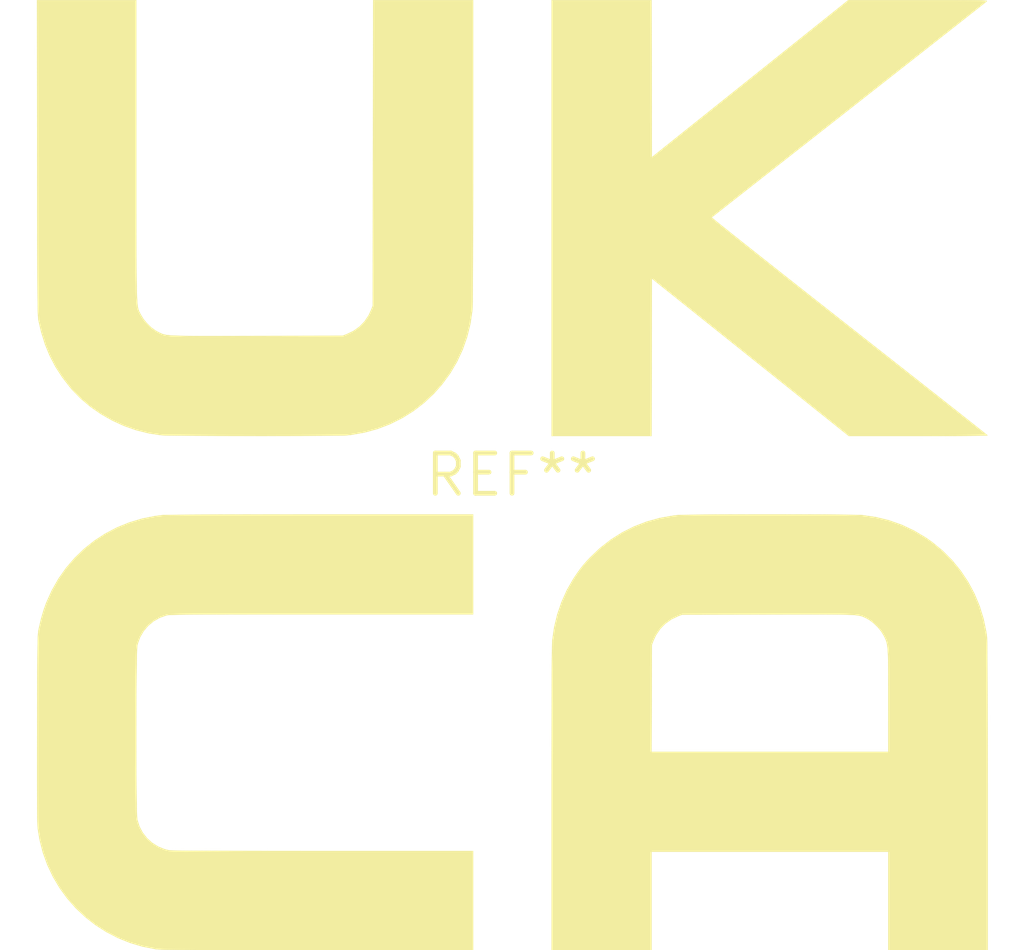
<source format=kicad_pcb>
(kicad_pcb (version 20240108) (generator pcbnew)
  (layers (0 "F.Cu" signal) (31 "B.Cu" signal) (34 "B.Paste" user) (35 "F.Paste" user) (36 "B.SilkS" user "B.Silkscreen") (37 "F.SilkS" user "F.Silkscreen") (38 "B.Mask" user) (39 "F.Mask" user) (44 "Edge.Cuts" user))
  (net 0 "")
  (footprint "UKCA-Logo_30x30mm_SilkScreen" (layer "F.Cu") (at 0 0)
    (property "Reference" "REF**")
    (property "Value" "UKCA-Logo_30x30mm_SilkScreen")
    (fp_poly (pts (xy 4.40787 -12.507379) (xy 4.41325 -10.028758) (xy 10.609782 -14.986) (xy 12.813178 -14.986) (xy 13.166465 -14.985985) (xy 13.479766 -14.985909) (xy 13.755427 -14.98573) (xy 13.995796 -14.985404) (xy 14.20322 -14.984889) (xy 14.380045 -14.984141) (xy 14.528618 -14.983117) (xy 14.651286 -14.981774) (xy 14.750396 -14.980068) (xy 14.828296 -14.977957) (xy 14.887331 -14.975398) (xy 14.92985 -14.972346) (xy 14.958199 -14.96876) (xy 14.974724 -14.964596) (xy 14.981773 -14.95981) (xy 14.981693 -14.954361) (xy 14.97683 -14.948203) (xy 14.974828 -14.946248) (xy 14.95472 -14.929852) (xy 14.902712 -14.888427) (xy 14.820207 -14.823079) (xy 14.708611 -14.734911) (xy 14.569327 -14.625028) (xy 14.403759 -14.494536) (xy 14.213312 -14.344537) (xy 13.999389 -14.176138) (xy 13.763395 -13.990442) (xy 13.506734 -13.788554) (xy 13.230809 -13.571579) (xy 12.937026 -13.34062) (xy 12.626789 -13.096783) (xy 12.301501 -12.841173) (xy 11.962566 -12.574893) (xy 11.611389 -12.299048) (xy 11.249374 -12.014744) (xy 10.877925 -11.723083) (xy 10.625666 -11.52504) (xy 10.249051 -11.229378) (xy 9.881099 -10.9405) (xy 9.523203 -10.659502) (xy 9.176756 -10.387479) (xy 8.843153 -10.125524) (xy 8.523787 -9.874733) (xy 8.220052 -9.6362) (xy 7.933341 -9.411021) (xy 7.665047 -9.200288) (xy 7.416564 -9.005098) (xy 7.189286 -8.826545) (xy 6.984607 -8.665724) (xy 6.803919 -8.523729) (xy 6.648617 -8.401654) (xy 6.520093 -8.300595) (xy 6.419743 -8.221647) (xy 6.348958 -8.165903) (xy 6.309133 -8.134459) (xy 6.300448 -8.127517) (xy 6.315314 -8.113227) (xy 6.362122 -8.073902) (xy 6.439501 -8.010631) (xy 6.546079 -7.924498) (xy 6.680485 -7.816591) (xy 6.841348 -7.687997) (xy 7.027297 -7.539803) (xy 7.236959 -7.373096) (xy 7.468965 -7.188962) (xy 7.721941 -6.988489) (xy 7.994518 -6.772763) (xy 8.285324 -6.542872) (xy 8.592988 -6.299901) (xy 8.916137 -6.044938) (xy 9.253401 -5.77907) (xy 9.603409 -5.503384) (xy 9.964789 -5.218966) (xy 10.33617 -4.926904) (xy 10.639615 -4.688432) (xy 11.018264 -4.390899) (xy 11.388183 -4.100127) (xy 11.747992 -3.817205) (xy 12.09631 -3.543221) (xy 12.431755 -3.279266) (xy 12.752946 -3.026428) (xy 13.058504 -2.785796) (xy 13.347046 -2.55846) (xy 13.617191 -2.345508) (xy 13.86756 -2.14803) (xy 14.09677 -1.967116) (xy 14.303441 -1.803853) (xy 14.486193 -1.659332) (xy 14.643643 -1.534641) (xy 14.774411 -1.43087) (xy 14.877117 -1.349107) (xy 14.950378 -1.290442) (xy 14.992815 -1.255965) (xy 15.003638 -1.246542) (xy 14.983926 -1.243729) (xy 14.924133 -1.241078) (xy 14.826509 -1.238608) (xy 14.693307 -1.236338) (xy 14.526779 -1.234289) (xy 14.329175 -1.232478) (xy 14.102748 -1.230927) (xy 13.849749 -1.229654) (xy 13.572429 -1.228678) (xy 13.273041 -1.228019) (xy 12.953836 -1.227697) (xy 12.818115 -1.227667) (xy 10.625536 -1.227667) (xy 4.41325 -6.197659) (xy 4.402492 -1.227667) (xy 1.248833 -1.227667) (xy 1.248833 -14.986) (xy 4.402491 -14.986) (xy 4.40787 -12.507379)) (layer "F.SilkS") (stroke (width 0.01)) (fill solid))
    (fp_poly (pts (xy 8.381456 1.248559) (xy 8.692323 1.248881) (xy 8.997508 1.249455) (xy 9.29381 1.250281) (xy 9.578027 1.251359) (xy 9.84696 1.252689) (xy 10.097407 1.25427) (xy 10.326168 1.256103) (xy 10.530041 1.258188) (xy 10.705827 1.260525) (xy 10.850323 1.263113) (xy 10.96033 1.265953) (xy 11.032646 1.269044) (xy 11.052048 1.270519) (xy 11.483853 1.333762) (xy 11.900473 1.436511) (xy 12.301688 1.578679) (xy 12.687276 1.760181) (xy 13.057016 1.98093) (xy 13.27024 2.131493) (xy 13.596916 2.402266) (xy 13.893826 2.70194) (xy 14.159451 3.027883) (xy 14.39227 3.377462) (xy 14.590765 3.748046) (xy 14.753413 4.137002) (xy 14.878697 4.541698) (xy 14.965094 4.959502) (xy 14.984913 5.100611) (xy 14.987774 5.144439) (xy 14.990436 5.228292) (xy 14.992898 5.352332) (xy 14.995161 5.516721) (xy 14.997227 5.721624) (xy 14.999096 5.967203) (xy 15.000768 6.253621) (xy 15.002245 6.581041) (xy 15.003527 6.949626) (xy 15.004614 7.359538) (xy 15.005508 7.810941) (xy 15.006209 8.303998) (xy 15.006718 8.838871) (xy 15.007036 9.415723) (xy 15.007163 10.034718) (xy 15.007166 10.143569) (xy 15.007166 15.007166) (xy 11.8745 15.007166) (xy 11.8745 11.895666) (xy 4.402666 11.895666) (xy 4.402666 15.007166) (xy 1.248833 15.007166) (xy 1.248833 10.225742) (xy 1.24893 9.643956) (xy 1.249221 9.094859) (xy 1.24955 8.741833) (xy 4.401452 8.741833) (xy 11.8745 8.741833) (xy 11.874132 7.138458) (xy 11.874034 6.823684) (xy 11.873754 6.54815) (xy 11.87308 6.30876) (xy 11.871802 6.10242) (xy 11.869707 5.926037) (xy 11.866585 5.776514) (xy 11.862224 5.650759) (xy 11.856414 5.545676) (xy 11.848942 5.458172) (xy 11.839598 5.385151) (xy 11.828171 5.32352) (xy 11.814449 5.270185) (xy 11.798221 5.22205) (xy 11.779276 5.176021) (xy 11.757403 5.129005) (xy 11.733651 5.080469) (xy 11.650314 4.943136) (xy 11.539749 4.807246) (xy 11.412618 4.683614) (xy 11.279584 4.583058) (xy 11.197166 4.536242) (xy 11.158539 4.517132) (xy 11.123891 4.499919) (xy 11.090931 4.484507) (xy 11.057369 4.470803) (xy 11.020917 4.458711) (xy 10.979283 4.448137) (xy 10.93018 4.438987) (xy 10.871315 4.431166) (xy 10.800401 4.42458) (xy 10.715148 4.419134) (xy 10.613264 4.414733) (xy 10.492462 4.411284) (xy 10.350451 4.408691) (xy 10.184941 4.40686) (xy 9.993643 4.405697) (xy 9.774267 4.405107) (xy 9.524523 4.404996) (xy 9.242121 4.405268) (xy 8.924773 4.40583) (xy 8.570187 4.406588) (xy 8.176075 4.407446) (xy 8.081398 4.407643) (xy 5.36575 4.41325) (xy 5.240186 4.460628) (xy 5.024426 4.563776) (xy 4.834878 4.699567) (xy 4.673816 4.865724) (xy 4.543515 5.059974) (xy 4.460628 5.240186) (xy 4.41325 5.36575) (xy 4.407351 7.053791) (xy 4.401452 8.741833) (xy 1.24955 8.741833) (xy 1.249703 8.579122) (xy 1.250371 8.097419) (xy 1.251225 7.650422) (xy 1.25226 7.238802) (xy 1.253474 6.863232) (xy 1.254864 6.524384) (xy 1.256428 6.222931) (xy 1.258161 5.959545) (xy 1.260062 5.734898) (xy 1.262128 5.549662) (xy 1.264355 5.404509) (xy 1.266741 5.300112) (xy 1.269283 5.237144) (xy 1.270199 5.225117) (xy 1.330139 4.812253) (xy 1.427832 4.407044) (xy 1.561414 4.014831) (xy 1.729024 3.640955) (xy 1.928798 3.29076) (xy 1.962817 3.2385) (xy 2.067294 3.08446) (xy 2.161383 2.955048) (xy 2.255014 2.837754) (xy 2.358116 2.720067) (xy 2.465267 2.605513) (xy 2.777778 2.308484) (xy 3.113838 2.046251) (xy 3.471724 1.819646) (xy 3.849712 1.629504) (xy 4.246078 1.47666) (xy 4.659099 1.361945) (xy 5.087051 1.286195) (xy 5.225117 1.270493) (xy 5.279453 1.267288) (xy 5.372917 1.264336) (xy 5.50231 1.261636) (xy 5.66443 1.259187) (xy 5.856077 1.256991) (xy 6.074049 1.255046) (xy 6.315146 1.253354) (xy 6.576168 1.251913) (xy 6.853912 1.250724) (xy 7.145179 1.249787) (xy 7.446768 1.249102) (xy 7.755478 1.248669) (xy 8.068107 1.248488) (xy 8.381456 1.248559)) (layer "F.SilkS") (stroke (width 0.01)) (fill solid))
    (fp_poly (pts (xy -11.852966 -10.249959) (xy -11.852954 -9.712507) (xy -11.852972 -9.215709) (xy -11.852976 -8.757884) (xy -11.852921 -8.337353) (xy -11.85276 -7.952436) (xy -11.852448 -7.601453) (xy -11.85194 -7.282725) (xy -11.85119 -6.994572) (xy -11.850154 -6.735313) (xy -11.848784 -6.503269) (xy -11.847037 -6.29676) (xy -11.844866 -6.114106) (xy -11.842226 -5.953628) (xy -11.839072 -5.813646) (xy -11.835357 -5.69248) (xy -11.831038 -5.58845) (xy -11.826067 -5.499876) (xy -11.8204 -5.425078) (xy -11.813992 -5.362378) (xy -11.806796 -5.310094) (xy -11.798767 -5.266547) (xy -11.789861 -5.230057) (xy -11.780031 -5.198945) (xy -11.769231 -5.17153) (xy -11.757417 -5.146133) (xy -11.744543 -5.121074) (xy -11.730564 -5.094674) (xy -11.715434 -5.065251) (xy -11.712485 -5.059303) (xy -11.628074 -4.920371) (xy -11.516184 -4.783496) (xy -11.387507 -4.659486) (xy -11.252734 -4.559147) (xy -11.174196 -4.515189) (xy -11.135228 -4.49603) (xy -11.100324 -4.478773) (xy -11.067192 -4.463323) (xy -11.03354 -4.449586) (xy -10.997075 -4.437466) (xy -10.955505 -4.426869) (xy -10.906537 -4.4177) (xy -10.84788 -4.409864) (xy -10.777241 -4.403267) (xy -10.692327 -4.397813) (xy -10.590847 -4.393408) (xy -10.470507 -4.389957) (xy -10.329017 -4.387365) (xy -10.164082 -4.385538) (xy -9.973411 -4.38438) (xy -9.754711 -4.383798) (xy -9.505691 -4.383695) (xy -9.224058 -4.383977) (xy -8.907519 -4.38455) (xy -8.553782 -4.385319) (xy -8.160555 -4.386188) (xy -8.059938 -4.386402) (xy -5.344584 -4.392084) (xy -5.21902 -4.439462) (xy -5.003261 -4.542611) (xy -4.813713 -4.678401) (xy -4.652651 -4.844559) (xy -4.522349 -5.038808) (xy -4.439462 -5.21902) (xy -4.392084 -5.344584) (xy -4.38105 -14.986) (xy -1.227667 -14.986) (xy -1.227667 -10.204577) (xy -1.227765 -9.62279) (xy -1.228056 -9.073693) (xy -1.228537 -8.557957) (xy -1.229206 -8.076254) (xy -1.230059 -7.629256) (xy -1.231094 -7.217636) (xy -1.232308 -6.842066) (xy -1.233699 -6.503219) (xy -1.235262 -6.201766) (xy -1.236996 -5.938379) (xy -1.238897 -5.713732) (xy -1.240962 -5.528496) (xy -1.243189 -5.383344) (xy -1.245576 -5.278947) (xy -1.248118 -5.215978) (xy -1.249034 -5.203952) (xy -1.31175 -4.773209) (xy -1.41418 -4.355895) (xy -1.555492 -3.953819) (xy -1.734854 -3.568786) (xy -1.951436 -3.202604) (xy -2.204406 -2.85708) (xy -2.463648 -2.564079) (xy -2.773926 -2.272789) (xy -3.109511 -2.014586) (xy -3.467819 -1.79071) (xy -3.846266 -1.602401) (xy -4.242268 -1.450899) (xy -4.653241 -1.337443) (xy -5.076602 -1.263274) (xy -5.203952 -1.249034) (xy -5.254601 -1.246226) (xy -5.344418 -1.243654) (xy -5.470237 -1.241315) (xy -5.628894 -1.239208) (xy -5.817224 -1.237333) (xy -6.032061 -1.235688) (xy -6.27024 -1.234271) (xy -6.528597 -1.233082) (xy -6.803967 -1.23212) (xy -7.093183 -1.231382) (xy -7.393082 -1.230868) (xy -7.700498 -1.230577) (xy -8.012266 -1.230507) (xy -8.325222 -1.230658) (xy -8.636199 -1.231027) (xy -8.942034 -1.231614) (xy -9.23956 -1.232417) (xy -9.525614 -1.233436) (xy -9.79703 -1.234669) (xy -10.050642 -1.236114) (xy -10.283286 -1.237771) (xy -10.491798 -1.239638) (xy -10.673011 -1.241715) (xy -10.82376 -1.243999) (xy -10.940882 -1.24649) (xy -11.02121 -1.249187) (xy -11.054988 -1.251302) (xy -11.454865 -1.310326) (xy -11.850348 -1.408681) (xy -12.237131 -1.54411) (xy -12.610905 -1.714357) (xy -12.967365 -1.917165) (xy -13.302204 -2.150279) (xy -13.611115 -2.411441) (xy -13.88979 -2.698396) (xy -13.948891 -2.767488) (xy -14.195798 -3.087528) (xy -14.406779 -3.414701) (xy -14.584622 -3.754916) (xy -14.732115 -4.114081) (xy -14.852046 -4.498105) (xy -14.937085 -4.86172) (xy -14.941199 -4.883839) (xy -14.945008 -4.908977) (xy -14.948528 -4.938785) (xy -14.951771 -4.974913) (xy -14.954752 -5.01901) (xy -14.957485 -5.072726) (xy -14.959984 -5.137712) (xy -14.962262 -5.215617) (xy -14.964334 -5.308092) (xy -14.966214 -5.416786) (xy -14.967916 -5.54335) (xy -14.969453 -5.689433) (xy -14.97084 -5.856686) (xy -14.97209 -6.046758) (xy -14.973218 -6.2613) (xy -14.974237 -6.501961) (xy -14.975161 -6.770391) (xy -14.976005 -7.068242) (xy -14.976783 -7.397161) (xy -14.977507 -7.7588) (xy -14.978193 -8.154809) (xy -14.978855 -8.586837) (xy -14.979505 -9.056535) (xy -14.980158 -9.565552) (xy -14.980711 -10.017126) (xy -14.986692 -14.986) (xy -11.853334 -14.986) (xy -11.852966 -10.249959)) (layer "F.SilkS") (stroke (width 0.01)) (fill solid))
    (fp_poly (pts (xy -1.227667 4.402666) (xy -6.002987 4.402666) (xy -6.537641 4.402688) (xy -7.031599 4.40276) (xy -7.486502 4.402894) (xy -7.903985 4.403101) (xy -8.285689 4.403392) (xy -8.63325 4.403779) (xy -8.948308 4.404271) (xy -9.232501 4.404881) (xy -9.487467 4.405619) (xy -9.714845 4.406497) (xy -9.916272 4.407525) (xy -10.093386 4.408715) (xy -10.247828 4.410078) (xy -10.381233 4.411625) (xy -10.495242 4.413367) (xy -10.591491 4.415315) (xy -10.67162 4.41748) (xy -10.737267 4.419874) (xy -10.79007 4.422507) (xy -10.831667 4.425391) (xy -10.863697 4.428536) (xy -10.887797 4.431954) (xy -10.905607 4.435656) (xy -10.906557 4.435899) (xy -11.117241 4.511461) (xy -11.309219 4.621962) (xy -11.478356 4.763103) (xy -11.620518 4.930587) (xy -11.73157 5.120116) (xy -11.807376 5.327392) (xy -11.821491 5.386916) (xy -11.826481 5.432202) (xy -11.831088 5.516541) (xy -11.835309 5.636709) (xy -11.839145 5.789481) (xy -11.842594 5.971633) (xy -11.845655 6.17994) (xy -11.848328 6.411178) (xy -11.850611 6.662121) (xy -11.852504 6.929546) (xy -11.854007 7.210227) (xy -11.855117 7.50094) (xy -11.855835 7.798461) (xy -11.856159 8.099564) (xy -11.856088 8.401026) (xy -11.855623 8.699621) (xy -11.854761 8.992125) (xy -11.853502 9.275314) (xy -11.851846 9.545962) (xy -11.84979 9.800845) (xy -11.847335 10.036739) (xy -11.84448 10.250419) (xy -11.841224 10.43866) (xy -11.837565 10.598237) (xy -11.833503 10.725927) (xy -11.829038 10.818504) (xy -11.824168 10.872744) (xy -11.822946 10.879666) (xy -11.755674 11.094712) (xy -11.652582 11.291307) (xy -11.517553 11.465689) (xy -11.354469 11.614094) (xy -11.167214 11.732759) (xy -10.959671 11.817921) (xy -10.81857 11.852995) (xy -10.782404 11.85574) (xy -10.704122 11.858301) (xy -10.583939 11.860679) (xy -10.42207 11.862871) (xy -10.218733 11.864877) (xy -9.974143 11.866696) (xy -9.688515 11.868328) (xy -9.362067 11.86977) (xy -8.995013 11.871023) (xy -8.58757 11.872085) (xy -8.139954 11.872955) (xy -7.652381 11.873633) (xy -7.125067 11.874117) (xy -6.558228 11.874406) (xy -5.966111 11.8745) (xy -1.227667 11.8745) (xy -1.227667 15.007166) (xy -6.133042 15.004892) (xy -6.68815 15.004597) (xy -7.202443 15.004241) (xy -7.677439 15.003813) (xy -8.114656 15.003306) (xy -8.515612 15.002709) (xy -8.881825 15.002013) (xy -9.214813 15.00121) (xy -9.516094 15.00029) (xy -9.787188 14.999244) (xy -10.02961 14.998062) (xy -10.244881 14.996736) (xy -10.434517 14.995256) (xy -10.600036 14.993613) (xy -10.742958 14.991798) (xy -10.8648 14.989801) (xy -10.96708 14.987614) (xy -11.051316 14.985227) (xy -11.119027 14.98263) (xy -11.17173 14.979816) (xy -11.210943 14.976774) (xy -11.235299 14.97393) (xy -11.652679 14.892419) (xy -12.054717 14.772897) (xy -12.439459 14.617369) (xy -12.804947 14.427838) (xy -13.149225 14.206306) (xy -13.470337 13.954777) (xy -13.766327 13.675256) (xy -14.035239 13.369744) (xy -14.275116 13.040245) (xy -14.484002 12.688762) (xy -14.659941 12.3173) (xy -14.800976 11.92786) (xy -14.905152 11.522447) (xy -14.964691 11.154833) (xy -14.968404 11.107636) (xy -14.971688 11.031614) (xy -14.97455 10.925633) (xy -14.976996 10.78856) (xy -14.979031 10.61926) (xy -14.980663 10.4166) (xy -14.981897 10.179445) (xy -14.982739 9.906662) (xy -14.983195 9.597117) (xy -14.983271 9.249676) (xy -14.982973 8.863204) (xy -14.982307 8.436569) (xy -14.981384 8.011583) (xy -14.980351 7.597285) (xy -14.97934 7.223124) (xy -14.978319 6.886902) (xy -14.977257 6.586423) (xy -14.976122 6.31949) (xy -14.974884 6.083905) (xy -14.973511 5.877473) (xy -14.971972 5.697996) (xy -14.970235 5.543278) (xy -14.96827 5.411121) (xy -14.966045 5.299328) (xy -14.963528 5.205703) (xy -14.960689 5.128049) (xy -14.957496 5.064169) (xy -14.953918 5.011867) (xy -14.949924 4.968944) (xy -14.945483 4.933205) (xy -14.940562 4.902452) (xy -14.93685 4.882885) (xy -14.862434 4.556231) (xy -14.775542 4.259406) (xy -14.698026 4.043823) (xy -14.522977 3.651956) (xy -14.313889 3.283693) (xy -14.072898 2.940649) (xy -13.80214 2.624439) (xy -13.503751 2.336679) (xy -13.179865 2.078984) (xy -12.83262 1.852969) (xy -12.464151 1.660249) (xy -12.076593 1.50244) (xy -11.672083 1.381156) (xy -11.252756 1.298013) (xy -11.030883 1.270519) (xy -10.981514 1.267807) (xy -10.890249 1.265268) (xy -10.757527 1.262903) (xy -10.583784 1.260715) (xy -10.36946 1.258706) (xy -10.11499 1.256876) (xy -9.820814 1.255229) (xy -9.487368 1.253766) (xy -9.115091 1.252488) (xy -8.704419 1.251399) (xy -8.255791 1.250499) (xy -7.769644 1.249791) (xy -7.246416 1.249276) (xy -6.686544 1.248956) (xy -6.090467 1.248834) (xy -6.019674 1.248833) (xy -1.227667 1.248833) (xy -1.227667 4.402666)) (layer "F.SilkS") (stroke (width 0.01)) (fill solid))
  )
)
</source>
